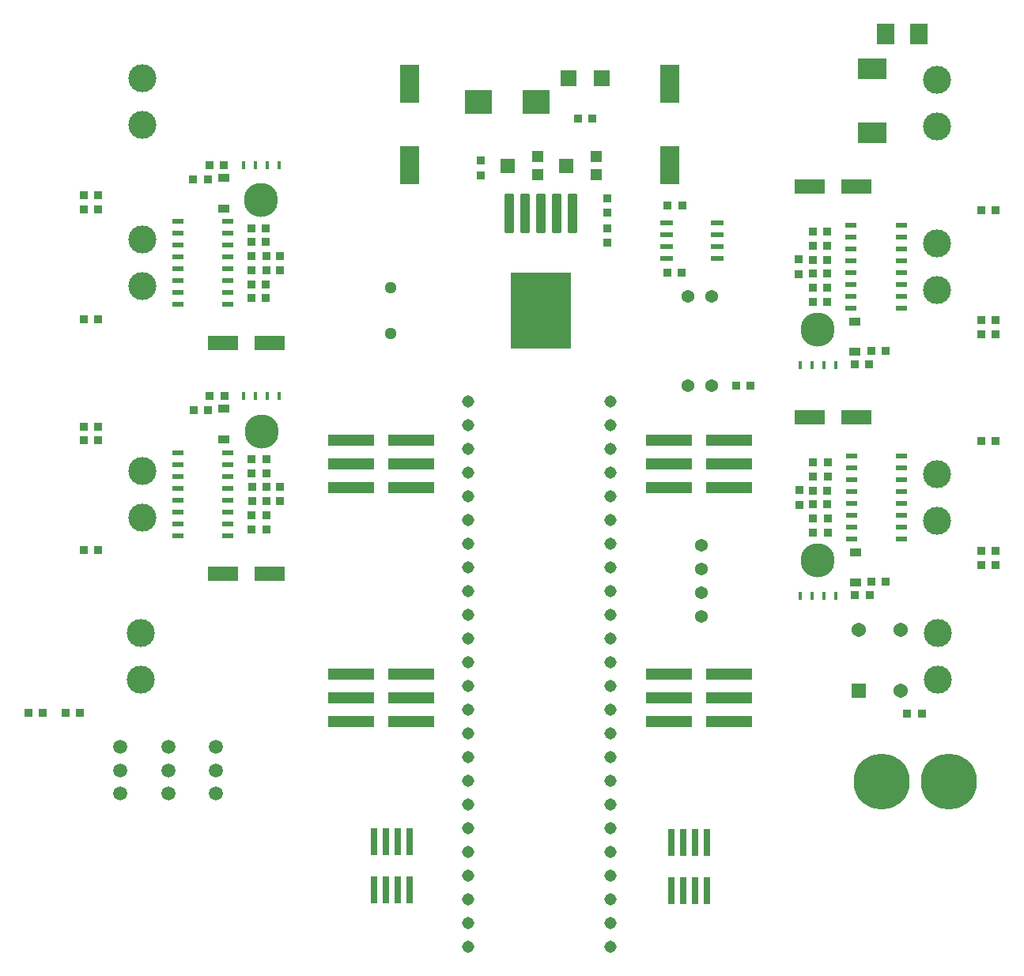
<source format=gbr>
G04*
G04 #@! TF.GenerationSoftware,Altium Limited,Altium Designer,25.4.2 (15)*
G04*
G04 Layer_Color=255*
%FSLAX44Y44*%
%MOMM*%
G71*
G04*
G04 #@! TF.SameCoordinates,CE8B7503-BC5D-454C-BBEA-07EE3AA0370F*
G04*
G04*
G04 #@! TF.FilePolarity,Positive*
G04*
G01*
G75*
%ADD20R,0.8500X0.9000*%
%ADD21R,2.9500X2.6000*%
%ADD22R,0.8000X3.0000*%
%ADD23R,5.0000X1.2500*%
%ADD24R,1.4605X0.5588*%
%ADD25R,3.1200X2.2900*%
%ADD26R,1.9500X2.2500*%
%ADD27R,0.9000X0.8500*%
%ADD28R,0.9500X0.9000*%
%ADD29R,0.9000X0.9500*%
%ADD30R,3.2000X1.6000*%
%ADD31R,1.2500X0.5500*%
%ADD32R,0.4100X0.8200*%
%ADD33C,3.6549*%
%ADD34R,1.2200X0.9100*%
%ADD35R,2.0000X4.1000*%
G04:AMPARAMS|DCode=36|XSize=6.4mm|YSize=8.2mm|CornerRadius=0.064mm|HoleSize=0mm|Usage=FLASHONLY|Rotation=0.000|XOffset=0mm|YOffset=0mm|HoleType=Round|Shape=RoundedRectangle|*
%AMROUNDEDRECTD36*
21,1,6.4000,8.0720,0,0,0.0*
21,1,6.2720,8.2000,0,0,0.0*
1,1,0.1280,3.1360,-4.0360*
1,1,0.1280,-3.1360,-4.0360*
1,1,0.1280,-3.1360,4.0360*
1,1,0.1280,3.1360,4.0360*
%
%ADD36ROUNDEDRECTD36*%
G04:AMPARAMS|DCode=37|XSize=1mm|YSize=4.15mm|CornerRadius=0.05mm|HoleSize=0mm|Usage=FLASHONLY|Rotation=0.000|XOffset=0mm|YOffset=0mm|HoleType=Round|Shape=RoundedRectangle|*
%AMROUNDEDRECTD37*
21,1,1.0000,4.0500,0,0,0.0*
21,1,0.9000,4.1500,0,0,0.0*
1,1,0.1000,0.4500,-2.0250*
1,1,0.1000,-0.4500,-2.0250*
1,1,0.1000,-0.4500,2.0250*
1,1,0.1000,0.4500,2.0250*
%
%ADD37ROUNDEDRECTD37*%
%ADD38R,1.2000X1.2000*%
%ADD39R,1.5000X1.6000*%
%ADD40R,1.7000X1.6800*%
%ADD41C,1.3680*%
%ADD56C,1.5400*%
%ADD57R,1.5400X1.5400*%
%ADD71C,1.3080*%
%ADD72C,1.2800*%
%ADD73C,3.0000*%
%ADD74C,1.5080*%
%ADD75C,1.3700*%
%ADD76C,6.0000*%
D20*
X1493250Y743000D02*
D03*
X1508750D02*
D03*
X552250Y744000D02*
D03*
X567750D02*
D03*
X1236250Y1215000D02*
D03*
X1251750D02*
D03*
X1140450Y1380350D02*
D03*
X1155950D02*
D03*
X1236750Y1287500D02*
D03*
X1252250D02*
D03*
X1325750Y1094500D02*
D03*
X1310250D02*
D03*
X611250Y1298000D02*
D03*
X626750D02*
D03*
X746250Y1330500D02*
D03*
X761750D02*
D03*
X807000Y1218000D02*
D03*
X791500D02*
D03*
X807000Y1233000D02*
D03*
X791500D02*
D03*
X806750Y1248000D02*
D03*
X791250D02*
D03*
X806750Y1203000D02*
D03*
X791250D02*
D03*
X806750Y1188000D02*
D03*
X791250D02*
D03*
X806750Y1263000D02*
D03*
X791250D02*
D03*
X1392250Y1184250D02*
D03*
X1407750D02*
D03*
X807000Y1015500D02*
D03*
X791500D02*
D03*
X1392500Y937000D02*
D03*
X1408000D02*
D03*
X1392250Y1259250D02*
D03*
X1407750D02*
D03*
X807000Y940500D02*
D03*
X791500D02*
D03*
X1392500Y1012000D02*
D03*
X1408000D02*
D03*
X1392250Y1244250D02*
D03*
X1407750D02*
D03*
X807000Y955500D02*
D03*
X791500D02*
D03*
X1392500Y997000D02*
D03*
X1408000D02*
D03*
X1392250Y1199250D02*
D03*
X1407750D02*
D03*
X807000Y1000500D02*
D03*
X791500D02*
D03*
X1392500Y952000D02*
D03*
X1408000D02*
D03*
X1392000Y1214250D02*
D03*
X1407500D02*
D03*
X807250Y985500D02*
D03*
X791750D02*
D03*
X1392250Y967000D02*
D03*
X1407750D02*
D03*
X1392000Y1229250D02*
D03*
X1407500D02*
D03*
X807250Y970500D02*
D03*
X791750D02*
D03*
X1392250Y982000D02*
D03*
X1407750D02*
D03*
X1452750Y1116750D02*
D03*
X1437250D02*
D03*
X746500Y1083000D02*
D03*
X762000D02*
D03*
X1453000Y869500D02*
D03*
X1437500D02*
D03*
X1587750Y1149250D02*
D03*
X1572250D02*
D03*
X611500Y1050500D02*
D03*
X627000D02*
D03*
X1588000Y902000D02*
D03*
X1572500D02*
D03*
X611239Y1165413D02*
D03*
X626739D02*
D03*
X626761Y1283087D02*
D03*
X611261D02*
D03*
X1572239Y1164163D02*
D03*
X1587739D02*
D03*
X627011Y1035587D02*
D03*
X611511D02*
D03*
X1572489Y916913D02*
D03*
X1587989D02*
D03*
X1587761Y1281837D02*
D03*
X1572261D02*
D03*
X611489Y917913D02*
D03*
X626989D02*
D03*
X1588011Y1034587D02*
D03*
X1572511D02*
D03*
X607761Y744087D02*
D03*
X592261D02*
D03*
D21*
X1096200Y1397850D02*
D03*
X1034200D02*
D03*
D22*
X922450Y605360D02*
D03*
X935150D02*
D03*
X947850D02*
D03*
X960550D02*
D03*
X922450Y553640D02*
D03*
X935150D02*
D03*
X947850D02*
D03*
X960550D02*
D03*
X1279050Y553140D02*
D03*
X1266350D02*
D03*
X1253650D02*
D03*
X1240950D02*
D03*
X1279050Y604860D02*
D03*
X1266350D02*
D03*
X1253650D02*
D03*
X1240950D02*
D03*
D23*
X1302500Y1035400D02*
D03*
Y984600D02*
D03*
Y1010000D02*
D03*
X1237750Y984600D02*
D03*
Y1010000D02*
D03*
Y1035400D02*
D03*
X1302500Y785400D02*
D03*
Y734600D02*
D03*
Y760000D02*
D03*
X1237750Y734600D02*
D03*
Y760000D02*
D03*
Y785400D02*
D03*
X897500Y734600D02*
D03*
Y785400D02*
D03*
Y760000D02*
D03*
X962250Y785400D02*
D03*
Y760000D02*
D03*
Y734600D02*
D03*
X897500Y984600D02*
D03*
Y1035400D02*
D03*
Y1010000D02*
D03*
X962250Y1035400D02*
D03*
Y1010000D02*
D03*
Y984600D02*
D03*
D24*
X1289722Y1268440D02*
D03*
Y1255740D02*
D03*
Y1243040D02*
D03*
Y1230340D02*
D03*
X1235238D02*
D03*
Y1243040D02*
D03*
Y1255740D02*
D03*
Y1268440D02*
D03*
D25*
X1455500Y1365200D02*
D03*
Y1433800D02*
D03*
D26*
X1470000Y1471000D02*
D03*
X1506000D02*
D03*
D27*
X1036500Y1319750D02*
D03*
Y1335250D02*
D03*
X1172200Y1279600D02*
D03*
Y1295100D02*
D03*
D28*
Y1263100D02*
D03*
Y1247600D02*
D03*
X821750Y1233250D02*
D03*
Y1217750D02*
D03*
X1377250Y1214000D02*
D03*
Y1229500D02*
D03*
X822000Y985750D02*
D03*
Y970250D02*
D03*
X1377500Y966750D02*
D03*
Y982250D02*
D03*
D29*
X728750Y1315500D02*
D03*
X744250D02*
D03*
X1470250Y1131750D02*
D03*
X1454750D02*
D03*
X729000Y1068000D02*
D03*
X744500D02*
D03*
X1470500Y884500D02*
D03*
X1455000D02*
D03*
D30*
X810500Y892500D02*
D03*
X760500D02*
D03*
X1389000Y1060000D02*
D03*
X1439000D02*
D03*
X810250Y1140000D02*
D03*
X760250D02*
D03*
X1388750Y1307250D02*
D03*
X1438750D02*
D03*
D31*
X765996Y1022449D02*
D03*
Y1009749D02*
D03*
Y997049D02*
D03*
Y984349D02*
D03*
Y971649D02*
D03*
Y958949D02*
D03*
Y946249D02*
D03*
Y933549D02*
D03*
X712496D02*
D03*
Y946249D02*
D03*
Y958949D02*
D03*
Y971649D02*
D03*
Y984349D02*
D03*
Y997049D02*
D03*
Y1009749D02*
D03*
Y1022449D02*
D03*
X1433504Y930051D02*
D03*
Y942751D02*
D03*
Y955451D02*
D03*
Y968151D02*
D03*
Y980851D02*
D03*
Y993551D02*
D03*
Y1006251D02*
D03*
Y1018951D02*
D03*
X1487004D02*
D03*
Y1006251D02*
D03*
Y993551D02*
D03*
Y980851D02*
D03*
Y968151D02*
D03*
Y955451D02*
D03*
Y942751D02*
D03*
Y930051D02*
D03*
X712246Y1269949D02*
D03*
Y1181049D02*
D03*
X765746D02*
D03*
Y1269949D02*
D03*
Y1219149D02*
D03*
X712246D02*
D03*
Y1231849D02*
D03*
X765746Y1257249D02*
D03*
X712246D02*
D03*
X765746Y1193749D02*
D03*
X712246D02*
D03*
X765746Y1231849D02*
D03*
Y1244549D02*
D03*
Y1206449D02*
D03*
X712246D02*
D03*
Y1244549D02*
D03*
X1433254Y1177301D02*
D03*
Y1190001D02*
D03*
Y1202701D02*
D03*
Y1215401D02*
D03*
Y1228101D02*
D03*
Y1240801D02*
D03*
Y1253501D02*
D03*
Y1266201D02*
D03*
X1486754D02*
D03*
Y1253501D02*
D03*
Y1240801D02*
D03*
Y1228101D02*
D03*
Y1215401D02*
D03*
Y1202701D02*
D03*
Y1190001D02*
D03*
Y1177301D02*
D03*
D32*
X782700Y1083348D02*
D03*
X795400D02*
D03*
X808100D02*
D03*
X820800D02*
D03*
X1416800Y869152D02*
D03*
X1404100D02*
D03*
X1391400D02*
D03*
X1378700D02*
D03*
X820550Y1330848D02*
D03*
X807850D02*
D03*
X795150D02*
D03*
X782450D02*
D03*
X1416550Y1116402D02*
D03*
X1403850D02*
D03*
X1391150D02*
D03*
X1378450D02*
D03*
D33*
X801750Y1045500D02*
D03*
X1397750Y907000D02*
D03*
X801500Y1293000D02*
D03*
X1397500Y1154250D02*
D03*
D34*
X761750Y1069350D02*
D03*
Y1036650D02*
D03*
X1437750Y883150D02*
D03*
Y915850D02*
D03*
X761500Y1284150D02*
D03*
Y1316850D02*
D03*
X1437500Y1130400D02*
D03*
Y1163100D02*
D03*
D35*
X960200Y1330350D02*
D03*
Y1417350D02*
D03*
X1239200D02*
D03*
Y1330350D02*
D03*
D36*
X1101200Y1174350D02*
D03*
D37*
X1135200Y1278850D02*
D03*
X1118200D02*
D03*
X1084200D02*
D03*
X1067200D02*
D03*
X1101200D02*
D03*
D38*
X1098000Y1340000D02*
D03*
Y1320000D02*
D03*
X1160500Y1340000D02*
D03*
Y1320000D02*
D03*
D39*
X1065500Y1330000D02*
D03*
X1128000D02*
D03*
D40*
X1166100Y1423850D02*
D03*
X1130300D02*
D03*
D41*
X1258800Y1189650D02*
D03*
X1284200D02*
D03*
Y1094350D02*
D03*
X1258800D02*
D03*
D56*
X1486500Y832500D02*
D03*
Y767500D02*
D03*
X1441500Y832500D02*
D03*
D57*
Y767500D02*
D03*
D71*
X1175500Y493200D02*
D03*
Y518600D02*
D03*
X1023100Y848800D02*
D03*
X1175500Y544000D02*
D03*
Y569400D02*
D03*
Y594800D02*
D03*
Y620200D02*
D03*
Y645600D02*
D03*
Y671000D02*
D03*
Y696400D02*
D03*
Y721800D02*
D03*
Y747200D02*
D03*
Y772600D02*
D03*
Y798000D02*
D03*
Y823400D02*
D03*
X1023100D02*
D03*
Y798000D02*
D03*
Y772600D02*
D03*
Y747200D02*
D03*
Y721800D02*
D03*
Y696400D02*
D03*
Y671000D02*
D03*
Y645600D02*
D03*
Y620200D02*
D03*
Y594800D02*
D03*
Y569400D02*
D03*
Y544000D02*
D03*
Y518600D02*
D03*
Y493200D02*
D03*
X1175500Y874200D02*
D03*
Y899600D02*
D03*
Y925000D02*
D03*
Y950400D02*
D03*
Y975800D02*
D03*
Y1001200D02*
D03*
Y1026600D02*
D03*
Y1052000D02*
D03*
Y1077400D02*
D03*
X1023100D02*
D03*
Y1052000D02*
D03*
Y1026600D02*
D03*
Y1001200D02*
D03*
Y975800D02*
D03*
Y950400D02*
D03*
Y925000D02*
D03*
Y899600D02*
D03*
Y874200D02*
D03*
X1175500Y848800D02*
D03*
D72*
X940000Y1199130D02*
D03*
Y1150000D02*
D03*
D73*
X674000Y1374000D02*
D03*
Y1424000D02*
D03*
X1526000Y829000D02*
D03*
Y779000D02*
D03*
X1525000Y1372000D02*
D03*
Y1422000D02*
D03*
X674000Y1250500D02*
D03*
Y1200500D02*
D03*
X1525000Y1246750D02*
D03*
Y1196750D02*
D03*
X674250Y1003000D02*
D03*
Y953000D02*
D03*
X1525250Y999500D02*
D03*
Y949500D02*
D03*
X673000Y829000D02*
D03*
Y779000D02*
D03*
D74*
X651000Y707000D02*
D03*
Y657000D02*
D03*
X651000Y682000D02*
D03*
X702000Y707000D02*
D03*
Y657000D02*
D03*
X702000Y682000D02*
D03*
X753000Y707000D02*
D03*
Y657000D02*
D03*
X753000Y682000D02*
D03*
D75*
X1273000Y923400D02*
D03*
Y847200D02*
D03*
Y872600D02*
D03*
Y898000D02*
D03*
D76*
X1466000Y670000D02*
D03*
X1538000D02*
D03*
M02*

</source>
